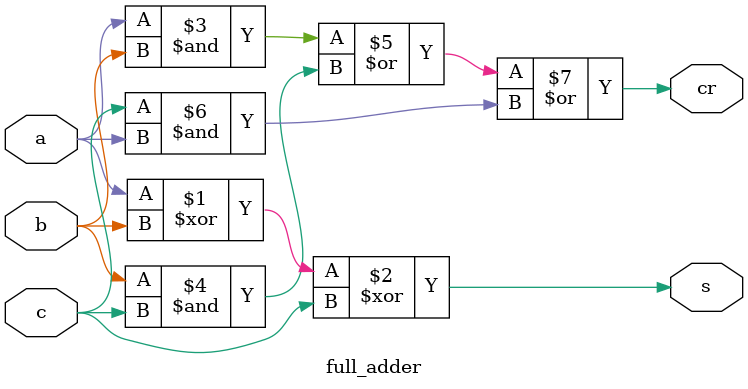
<source format=v>
module orgate(
    input x,
    input y,
    output p
);
assign p = (x|y);
endmodule

module andgate(
    input x,
    input y,
    output p
);
assign p = (x&y);
endmodule

module notgate(
    input x,
    output p
);
assign p = ~x;
endmodule

module norgate(
    input x,
    input y,
    output p
);
assign p = ~(x|y);
endmodule

module nandgate(
    input x,
    input y,
    output p
);
assign p = ~(x&y);
endmodule

module noop(
    input x,
    output p
);
assign p = x;
endmodule

module half_adder(
    input a,
    input b,
    output s,
    output c
);
assign s = (a^b);
assign c = (a&b);
endmodule

module full_adder(
    input a,
    input b,
    input c,
    output s,
    output cr
);
assign s = (a^b^c);
assign cr = (a&b|b&c|c&a);
endmodule   
</source>
